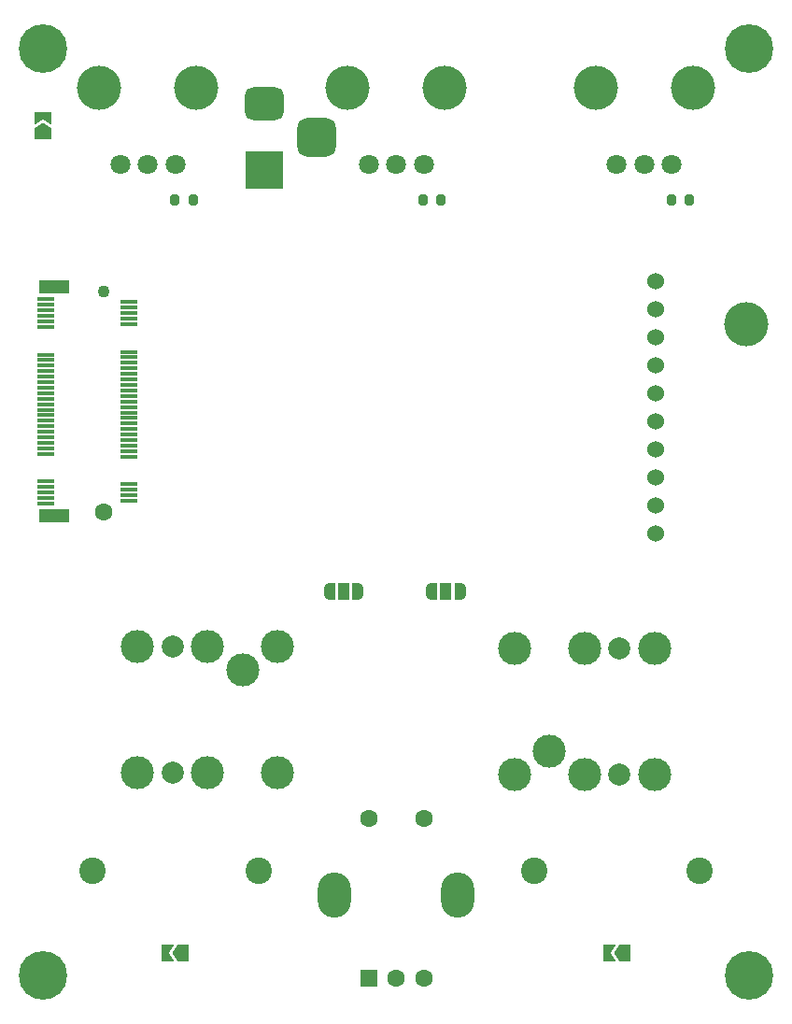
<source format=gbr>
%TF.GenerationSoftware,KiCad,Pcbnew,8.0.1*%
%TF.CreationDate,2024-04-21T18:31:03+02:00*%
%TF.ProjectId,Hypersonic_pedal_pcb,48797065-7273-46f6-9e69-635f70656461,rev?*%
%TF.SameCoordinates,Original*%
%TF.FileFunction,Soldermask,Bot*%
%TF.FilePolarity,Negative*%
%FSLAX46Y46*%
G04 Gerber Fmt 4.6, Leading zero omitted, Abs format (unit mm)*
G04 Created by KiCad (PCBNEW 8.0.1) date 2024-04-21 18:31:03*
%MOMM*%
%LPD*%
G01*
G04 APERTURE LIST*
G04 Aperture macros list*
%AMRoundRect*
0 Rectangle with rounded corners*
0 $1 Rounding radius*
0 $2 $3 $4 $5 $6 $7 $8 $9 X,Y pos of 4 corners*
0 Add a 4 corners polygon primitive as box body*
4,1,4,$2,$3,$4,$5,$6,$7,$8,$9,$2,$3,0*
0 Add four circle primitives for the rounded corners*
1,1,$1+$1,$2,$3*
1,1,$1+$1,$4,$5*
1,1,$1+$1,$6,$7*
1,1,$1+$1,$8,$9*
0 Add four rect primitives between the rounded corners*
20,1,$1+$1,$2,$3,$4,$5,0*
20,1,$1+$1,$4,$5,$6,$7,0*
20,1,$1+$1,$6,$7,$8,$9,0*
20,1,$1+$1,$8,$9,$2,$3,0*%
%AMFreePoly0*
4,1,6,1.000000,0.000000,0.500000,-0.750000,-0.500000,-0.750000,-0.500000,0.750000,0.500000,0.750000,1.000000,0.000000,1.000000,0.000000,$1*%
%AMFreePoly1*
4,1,6,0.500000,-0.750000,-0.650000,-0.750000,-0.150000,0.000000,-0.650000,0.750000,0.500000,0.750000,0.500000,-0.750000,0.500000,-0.750000,$1*%
%AMFreePoly2*
4,1,19,0.550000,-0.750000,0.000000,-0.750000,0.000000,-0.744911,-0.071157,-0.744911,-0.207708,-0.704816,-0.327430,-0.627875,-0.420627,-0.520320,-0.479746,-0.390866,-0.500000,-0.250000,-0.500000,0.250000,-0.479746,0.390866,-0.420627,0.520320,-0.327430,0.627875,-0.207708,0.704816,-0.071157,0.744911,0.000000,0.744911,0.000000,0.750000,0.550000,0.750000,0.550000,-0.750000,0.550000,-0.750000,
$1*%
%AMFreePoly3*
4,1,19,0.000000,0.744911,0.071157,0.744911,0.207708,0.704816,0.327430,0.627875,0.420627,0.520320,0.479746,0.390866,0.500000,0.250000,0.500000,-0.250000,0.479746,-0.390866,0.420627,-0.520320,0.327430,-0.627875,0.207708,-0.704816,0.071157,-0.744911,0.000000,-0.744911,0.000000,-0.750000,-0.550000,-0.750000,-0.550000,0.750000,0.000000,0.750000,0.000000,0.744911,0.000000,0.744911,
$1*%
G04 Aperture macros list end*
%ADD10C,3.000000*%
%ADD11C,2.000000*%
%ADD12C,1.100000*%
%ADD13C,1.600000*%
%ADD14R,1.550000X0.300000*%
%ADD15R,2.750000X1.200000*%
%ADD16C,4.000000*%
%ADD17RoundRect,0.250000X0.550000X-0.550000X0.550000X0.550000X-0.550000X0.550000X-0.550000X-0.550000X0*%
%ADD18O,3.000000X4.100000*%
%ADD19C,1.524000*%
%ADD20FreePoly0,90.000000*%
%ADD21FreePoly1,90.000000*%
%ADD22C,0.700000*%
%ADD23C,4.400000*%
%ADD24C,1.800000*%
%ADD25FreePoly2,180.000000*%
%ADD26R,1.000000X1.500000*%
%ADD27FreePoly3,180.000000*%
%ADD28FreePoly0,180.000000*%
%ADD29FreePoly1,180.000000*%
%ADD30RoundRect,0.200000X0.200000X0.275000X-0.200000X0.275000X-0.200000X-0.275000X0.200000X-0.275000X0*%
%ADD31R,3.500000X3.500000*%
%ADD32RoundRect,0.750000X-1.000000X0.750000X-1.000000X-0.750000X1.000000X-0.750000X1.000000X0.750000X0*%
%ADD33RoundRect,0.875000X-0.875000X0.875000X-0.875000X-0.875000X0.875000X-0.875000X0.875000X0.875000X0*%
%ADD34C,2.400000*%
G04 APERTURE END LIST*
D10*
%TO.C,J3*%
X130150000Y-140155000D03*
D11*
X136500000Y-142285000D03*
X136500000Y-130855000D03*
D10*
X133350000Y-142285000D03*
X133350000Y-130855000D03*
X139700000Y-142285000D03*
X139700000Y-130855000D03*
X127000000Y-142285000D03*
X127000000Y-130855000D03*
%TD*%
%TO.C,J2*%
X102350000Y-132845000D03*
D11*
X96000000Y-130715000D03*
X96000000Y-142145000D03*
D10*
X99150000Y-130715000D03*
X99150000Y-142145000D03*
X92800000Y-130715000D03*
X92800000Y-142145000D03*
X105500000Y-130715000D03*
X105500000Y-142145000D03*
%TD*%
D12*
%TO.C,J1*%
X89765000Y-98500000D03*
D13*
X89765000Y-118500000D03*
D14*
X84490000Y-99250000D03*
X92040000Y-99500000D03*
X84490000Y-99750000D03*
X92040000Y-100000000D03*
X84490000Y-100250000D03*
X92040000Y-100500000D03*
X84490000Y-100750000D03*
X92040000Y-101000000D03*
X84490000Y-101250000D03*
X92040000Y-101500000D03*
X84490000Y-101750000D03*
X92040000Y-104000000D03*
X84490000Y-104250000D03*
X92040000Y-104500000D03*
X84490000Y-104750000D03*
X92040000Y-105000000D03*
X84490000Y-105250000D03*
X92040000Y-105500000D03*
X84490000Y-105750000D03*
X92040000Y-106000000D03*
X84490000Y-106250000D03*
X92040000Y-106500000D03*
X84490000Y-106750000D03*
X92040000Y-107000000D03*
X84490000Y-107250000D03*
X92040000Y-107500000D03*
X84490000Y-107750000D03*
X92040000Y-108000000D03*
X84490000Y-108250000D03*
X92040000Y-108500000D03*
X84490000Y-108750000D03*
X92040000Y-109000000D03*
X84490000Y-109250000D03*
X92040000Y-109500000D03*
X84490000Y-109750000D03*
X92040000Y-110000000D03*
X84490000Y-110250000D03*
X92040000Y-110500000D03*
X84490000Y-110750000D03*
X92040000Y-111000000D03*
X84490000Y-111250000D03*
X92040000Y-111500000D03*
X84490000Y-111750000D03*
X92040000Y-112000000D03*
X84490000Y-112250000D03*
X92040000Y-112500000D03*
X84490000Y-112750000D03*
X92040000Y-113000000D03*
X84490000Y-113250000D03*
X92040000Y-113500000D03*
X84490000Y-115750000D03*
X92040000Y-116000000D03*
X84490000Y-116250000D03*
X92040000Y-116500000D03*
X84490000Y-116750000D03*
X92040000Y-117000000D03*
X84490000Y-117250000D03*
X92040000Y-117500000D03*
X84490000Y-117750000D03*
D15*
X85265000Y-98150000D03*
X85265000Y-118850000D03*
D16*
X148015000Y-101500000D03*
%TD*%
D17*
%TO.C,SW1*%
X113750000Y-160750000D03*
D13*
X118750000Y-160750000D03*
X116250000Y-160750000D03*
X113750000Y-146250000D03*
X118750000Y-146250000D03*
D18*
X110650000Y-153250000D03*
X121850000Y-153250000D03*
%TD*%
D19*
%TO.C,J5*%
X139750000Y-97570000D03*
X139750000Y-100110000D03*
X139750000Y-102650000D03*
X139750000Y-105190000D03*
X139750000Y-107730000D03*
X139750000Y-110270000D03*
X139750000Y-112810000D03*
X139750000Y-115350000D03*
X139750000Y-117890000D03*
X139750000Y-120430000D03*
%TD*%
D20*
%TO.C,JP5*%
X84250000Y-84224999D03*
D21*
X84250000Y-82775001D03*
%TD*%
D22*
%TO.C,H4*%
X82600000Y-160500000D03*
X83083274Y-159333274D03*
X83083274Y-161666726D03*
X84250000Y-158850000D03*
D23*
X84250000Y-160500000D03*
D22*
X84250000Y-162150000D03*
X85416726Y-159333274D03*
X85416726Y-161666726D03*
X85900000Y-160500000D03*
%TD*%
%TO.C,H3*%
X146600000Y-160500000D03*
X147083274Y-159333274D03*
X147083274Y-161666726D03*
X148250000Y-158850000D03*
D23*
X148250000Y-160500000D03*
D22*
X148250000Y-162150000D03*
X149416726Y-159333274D03*
X149416726Y-161666726D03*
X149900000Y-160500000D03*
%TD*%
%TO.C,H2*%
X82600000Y-76500000D03*
X83083274Y-75333274D03*
X83083274Y-77666726D03*
X84250000Y-74850000D03*
D23*
X84250000Y-76500000D03*
D22*
X84250000Y-78150000D03*
X85416726Y-75333274D03*
X85416726Y-77666726D03*
X85900000Y-76500000D03*
%TD*%
%TO.C,H1*%
X146600000Y-76500000D03*
X147083274Y-75333274D03*
X147083274Y-77666726D03*
X148250000Y-74850000D03*
D23*
X148250000Y-76500000D03*
D22*
X148250000Y-78150000D03*
X149416726Y-75333274D03*
X149416726Y-77666726D03*
X149900000Y-76500000D03*
%TD*%
D16*
%TO.C,RV3*%
X134350000Y-80050000D03*
X143149999Y-80050000D03*
D24*
X141250000Y-87050000D03*
X138750000Y-87050000D03*
X136250000Y-87050000D03*
%TD*%
D16*
%TO.C,RV2*%
X111850000Y-80050000D03*
X120649999Y-80050000D03*
D24*
X118750000Y-87050000D03*
X116250000Y-87050000D03*
X113750000Y-87050000D03*
%TD*%
D16*
%TO.C,RV1*%
X89350000Y-80050000D03*
X98149999Y-80050000D03*
D24*
X96250000Y-87050000D03*
X93750000Y-87050000D03*
X91250000Y-87050000D03*
%TD*%
D25*
%TO.C,JP3*%
X122050000Y-125750000D03*
D26*
X120750000Y-125750000D03*
D27*
X119450000Y-125750000D03*
%TD*%
D28*
%TO.C,JP1*%
X136975000Y-158500000D03*
D29*
X135525000Y-158500000D03*
%TD*%
D28*
%TO.C,JP2*%
X96975000Y-158500000D03*
D29*
X95525000Y-158500000D03*
%TD*%
D25*
%TO.C,JP4*%
X112800000Y-125750000D03*
D26*
X111500000Y-125750000D03*
D27*
X110200000Y-125750000D03*
%TD*%
D30*
%TO.C,R1*%
X97825000Y-90250000D03*
X96175000Y-90250000D03*
%TD*%
%TO.C,R3*%
X141175000Y-90250000D03*
X142825000Y-90250000D03*
%TD*%
%TO.C,R2*%
X120325000Y-90250000D03*
X118675000Y-90250000D03*
%TD*%
D31*
%TO.C,J4*%
X104333260Y-87523514D03*
D32*
X104333260Y-81523514D03*
D33*
X109033260Y-84523514D03*
%TD*%
D34*
%TO.C,C1*%
X128750000Y-151000000D03*
X143750000Y-151000000D03*
%TD*%
%TO.C,C2*%
X88750000Y-151000000D03*
X103750000Y-151000000D03*
%TD*%
M02*

</source>
